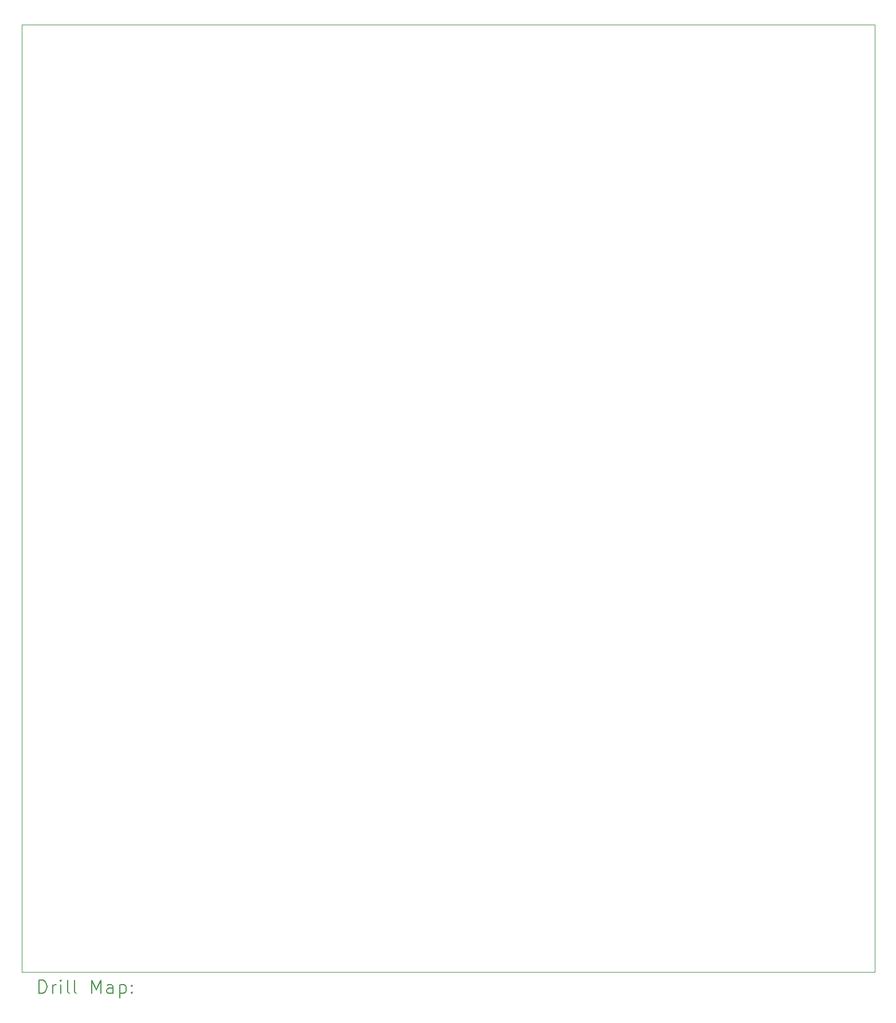
<source format=gbr>
%TF.GenerationSoftware,KiCad,Pcbnew,9.0.6*%
%TF.CreationDate,2025-12-26T02:04:44+08:00*%
%TF.ProjectId,vga_video_card,7667615f-7669-4646-956f-5f636172642e,rev?*%
%TF.SameCoordinates,Original*%
%TF.FileFunction,Drillmap*%
%TF.FilePolarity,Positive*%
%FSLAX45Y45*%
G04 Gerber Fmt 4.5, Leading zero omitted, Abs format (unit mm)*
G04 Created by KiCad (PCBNEW 9.0.6) date 2025-12-26 02:04:44*
%MOMM*%
%LPD*%
G01*
G04 APERTURE LIST*
%ADD10C,0.050000*%
%ADD11C,0.200000*%
G04 APERTURE END LIST*
D10*
X1729080Y-1498600D02*
X14329080Y-1498600D01*
X14329080Y-15498600D01*
X1729080Y-15498600D01*
X1729080Y-1498600D01*
D11*
X1987357Y-15812584D02*
X1987357Y-15612584D01*
X1987357Y-15612584D02*
X2034976Y-15612584D01*
X2034976Y-15612584D02*
X2063547Y-15622108D01*
X2063547Y-15622108D02*
X2082595Y-15641155D01*
X2082595Y-15641155D02*
X2092119Y-15660203D01*
X2092119Y-15660203D02*
X2101643Y-15698298D01*
X2101643Y-15698298D02*
X2101643Y-15726869D01*
X2101643Y-15726869D02*
X2092119Y-15764965D01*
X2092119Y-15764965D02*
X2082595Y-15784012D01*
X2082595Y-15784012D02*
X2063547Y-15803060D01*
X2063547Y-15803060D02*
X2034976Y-15812584D01*
X2034976Y-15812584D02*
X1987357Y-15812584D01*
X2187357Y-15812584D02*
X2187357Y-15679250D01*
X2187357Y-15717346D02*
X2196881Y-15698298D01*
X2196881Y-15698298D02*
X2206404Y-15688774D01*
X2206404Y-15688774D02*
X2225452Y-15679250D01*
X2225452Y-15679250D02*
X2244500Y-15679250D01*
X2311166Y-15812584D02*
X2311166Y-15679250D01*
X2311166Y-15612584D02*
X2301643Y-15622108D01*
X2301643Y-15622108D02*
X2311166Y-15631631D01*
X2311166Y-15631631D02*
X2320690Y-15622108D01*
X2320690Y-15622108D02*
X2311166Y-15612584D01*
X2311166Y-15612584D02*
X2311166Y-15631631D01*
X2434976Y-15812584D02*
X2415928Y-15803060D01*
X2415928Y-15803060D02*
X2406404Y-15784012D01*
X2406404Y-15784012D02*
X2406404Y-15612584D01*
X2539738Y-15812584D02*
X2520690Y-15803060D01*
X2520690Y-15803060D02*
X2511166Y-15784012D01*
X2511166Y-15784012D02*
X2511166Y-15612584D01*
X2768309Y-15812584D02*
X2768309Y-15612584D01*
X2768309Y-15612584D02*
X2834976Y-15755441D01*
X2834976Y-15755441D02*
X2901642Y-15612584D01*
X2901642Y-15612584D02*
X2901642Y-15812584D01*
X3082595Y-15812584D02*
X3082595Y-15707822D01*
X3082595Y-15707822D02*
X3073071Y-15688774D01*
X3073071Y-15688774D02*
X3054023Y-15679250D01*
X3054023Y-15679250D02*
X3015928Y-15679250D01*
X3015928Y-15679250D02*
X2996881Y-15688774D01*
X3082595Y-15803060D02*
X3063547Y-15812584D01*
X3063547Y-15812584D02*
X3015928Y-15812584D01*
X3015928Y-15812584D02*
X2996881Y-15803060D01*
X2996881Y-15803060D02*
X2987357Y-15784012D01*
X2987357Y-15784012D02*
X2987357Y-15764965D01*
X2987357Y-15764965D02*
X2996881Y-15745917D01*
X2996881Y-15745917D02*
X3015928Y-15736393D01*
X3015928Y-15736393D02*
X3063547Y-15736393D01*
X3063547Y-15736393D02*
X3082595Y-15726869D01*
X3177833Y-15679250D02*
X3177833Y-15879250D01*
X3177833Y-15688774D02*
X3196881Y-15679250D01*
X3196881Y-15679250D02*
X3234976Y-15679250D01*
X3234976Y-15679250D02*
X3254023Y-15688774D01*
X3254023Y-15688774D02*
X3263547Y-15698298D01*
X3263547Y-15698298D02*
X3273071Y-15717346D01*
X3273071Y-15717346D02*
X3273071Y-15774488D01*
X3273071Y-15774488D02*
X3263547Y-15793536D01*
X3263547Y-15793536D02*
X3254023Y-15803060D01*
X3254023Y-15803060D02*
X3234976Y-15812584D01*
X3234976Y-15812584D02*
X3196881Y-15812584D01*
X3196881Y-15812584D02*
X3177833Y-15803060D01*
X3358785Y-15793536D02*
X3368309Y-15803060D01*
X3368309Y-15803060D02*
X3358785Y-15812584D01*
X3358785Y-15812584D02*
X3349262Y-15803060D01*
X3349262Y-15803060D02*
X3358785Y-15793536D01*
X3358785Y-15793536D02*
X3358785Y-15812584D01*
X3358785Y-15688774D02*
X3368309Y-15698298D01*
X3368309Y-15698298D02*
X3358785Y-15707822D01*
X3358785Y-15707822D02*
X3349262Y-15698298D01*
X3349262Y-15698298D02*
X3358785Y-15688774D01*
X3358785Y-15688774D02*
X3358785Y-15707822D01*
M02*

</source>
